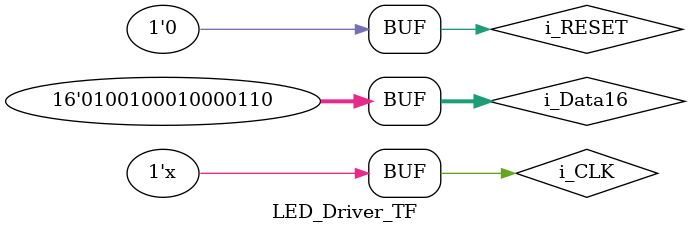
<source format=v>
`timescale 1ns / 1ps


module LED_Driver_TF;

	// Inputs
	reg i_CLK;
	reg [15:0] i_Data16;
	reg i_RESET;

	// Outputs
	wire o_LEDData;
	wire o_LEDLatch;

	// Instantiate the Unit Under Test (UUT)
	LED_Driver uut (
		.i_CLK(i_CLK), 
		.i_Data16(i_Data16), 
		.i_RESET(i_RESET), 
		.o_LEDData(o_LEDData), 
		.o_LEDLatch(o_LEDLatch)
	);

	always
		#5 i_CLK = !i_CLK;

	initial begin
		// Initialize Inputs
		i_CLK = 0;
		i_Data16 = 16'b0100100010000110;
		i_RESET = 1;

		// Wait 100 ns for global reset to finish
		#100;
        
		// Add stimulus here
		
		i_RESET = 0;
		
		

	end
      
endmodule


</source>
